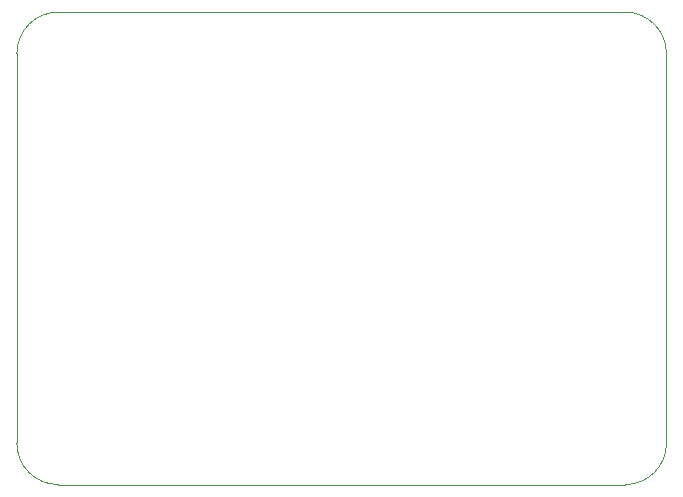
<source format=gm1>
G04 #@! TF.GenerationSoftware,KiCad,Pcbnew,9.0.2+dfsg-1*
G04 #@! TF.CreationDate,2025-11-26T16:26:47+01:00*
G04 #@! TF.ProjectId,ulx5m-gs,756c7835-6d2d-4677-932e-6b696361645f,rev?*
G04 #@! TF.SameCoordinates,Original*
G04 #@! TF.FileFunction,Profile,NP*
%FSLAX46Y46*%
G04 Gerber Fmt 4.6, Leading zero omitted, Abs format (unit mm)*
G04 Created by KiCad (PCBNEW 9.0.2+dfsg-1) date 2025-11-26 16:26:47*
%MOMM*%
%LPD*%
G01*
G04 APERTURE LIST*
G04 #@! TA.AperFunction,Profile*
%ADD10C,0.100000*%
G04 #@! TD*
G04 APERTURE END LIST*
D10*
X62710000Y-57480000D02*
X110710000Y-57480000D01*
X62710000Y-97480000D02*
X110710000Y-97480000D01*
X114210000Y-93980000D02*
G75*
G02*
X110710000Y-97480000I-3500000J0D01*
G01*
X110710000Y-57480000D02*
G75*
G02*
X114210000Y-60980000I0J-3500000D01*
G01*
X114210000Y-93980000D02*
X114210000Y-60980000D01*
X59210000Y-60980000D02*
G75*
G02*
X62710000Y-57480000I3500000J0D01*
G01*
X62710000Y-97480000D02*
G75*
G02*
X59210000Y-93980000I0J3500000D01*
G01*
X59210000Y-60980000D02*
X59210000Y-93980000D01*
M02*

</source>
